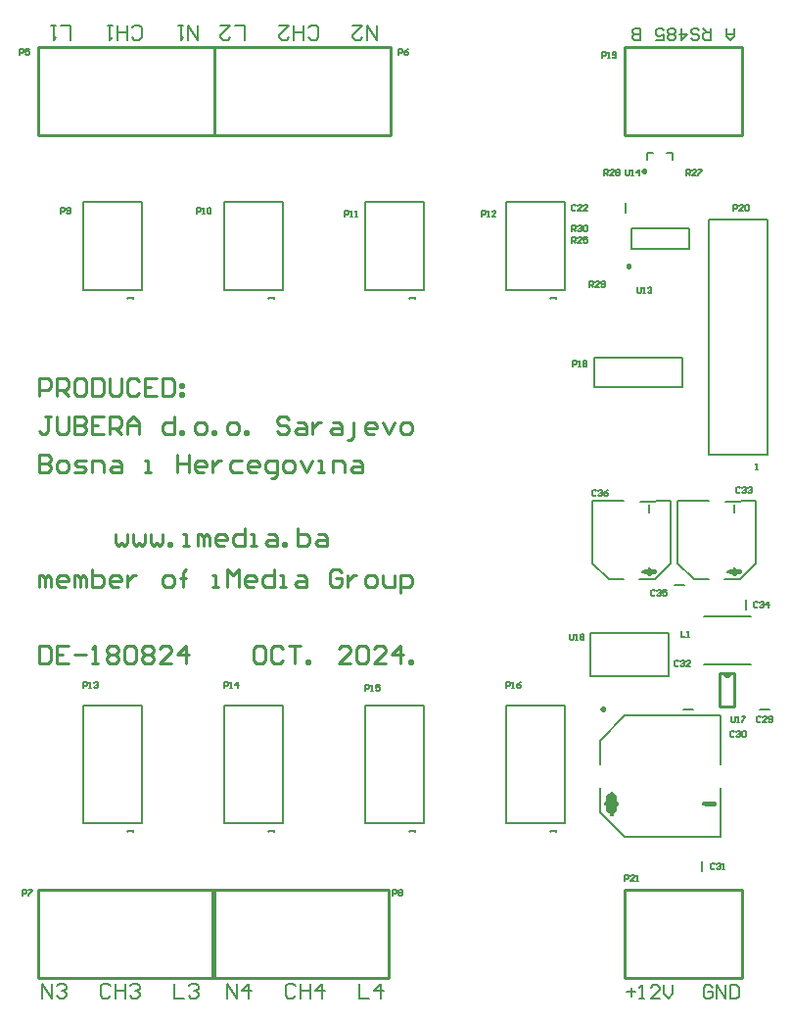
<source format=gto>
%FSDAX24Y24*%
%MOIN*%
%SFA1B1*%

%IPPOS*%
%ADD10C,0.009840*%
%ADD11C,0.010000*%
%ADD12C,0.007870*%
%ADD13C,0.005980*%
%ADD14C,0.006000*%
%ADD15C,0.008000*%
%ADD16C,0.005000*%
%ADD45C,0.020000*%
%LNpcb_baseboard-1*%
%LPD*%
G54D10*
X021564Y025110D02*
D01*
X021564Y025113*
X021564Y025117*
X021563Y025120*
X021562Y025123*
X021561Y025127*
X021560Y025130*
X021558Y025133*
X021557Y025136*
X021555Y025139*
X021553Y025141*
X021550Y025144*
X021548Y025146*
X021545Y025148*
X021542Y025150*
X021540Y025152*
X021536Y025154*
X021533Y025155*
X021530Y025156*
X021527Y025157*
X021523Y025158*
X021520Y025159*
X021517Y025159*
X021513*
X021510Y025159*
X021506Y025158*
X021503Y025157*
X021500Y025156*
X021496Y025155*
X021493Y025154*
X021490Y025152*
X021487Y025150*
X021485Y025148*
X021482Y025146*
X021480Y025144*
X021477Y025141*
X021475Y025139*
X021473Y025136*
X021471Y025133*
X021470Y025130*
X021469Y025127*
X021468Y025123*
X021467Y025120*
X021466Y025117*
X021466Y025113*
X021466Y025110*
X021466Y025106*
X021466Y025103*
X021467Y025099*
X021468Y025096*
X021469Y025093*
X021470Y025090*
X021471Y025087*
X021473Y025084*
X021475Y025081*
X021477Y025078*
X021480Y025076*
X021482Y025073*
X021485Y025071*
X021487Y025069*
X021490Y025067*
X021493Y025065*
X021496Y025064*
X021500Y025063*
X021503Y025062*
X021506Y025061*
X021510Y025061*
X021513Y025061*
X021517*
X021520Y025061*
X021523Y025061*
X021527Y025062*
X021530Y025063*
X021533Y025064*
X021536Y025065*
X021540Y025067*
X021542Y025069*
X021545Y025071*
X021548Y025073*
X021550Y025076*
X021553Y025078*
X021555Y025081*
X021557Y025084*
X021558Y025087*
X021560Y025090*
X021561Y025093*
X021562Y025096*
X021563Y025099*
X021564Y025103*
X021564Y025106*
X021564Y025110*
X022089Y028350D02*
D01*
X022089Y028354*
X022089Y028357*
X022088Y028361*
X022087Y028364*
X022086Y028367*
X022085Y028370*
X022084Y028373*
X022082Y028376*
X022080Y028379*
X022078Y028382*
X022076Y028385*
X022073Y028387*
X022070Y028389*
X022068Y028391*
X022065Y028393*
X022062Y028395*
X022059Y028396*
X022055Y028397*
X022052Y028398*
X022049Y028399*
X022045Y028399*
X022042Y028400*
X022038*
X022035Y028399*
X022032Y028399*
X022028Y028398*
X022025Y028397*
X022022Y028396*
X022019Y028395*
X022016Y028393*
X022013Y028391*
X022010Y028389*
X022007Y028387*
X022005Y028385*
X022003Y028382*
X022000Y028379*
X021998Y028376*
X021997Y028373*
X021995Y028370*
X021994Y028367*
X021993Y028364*
X021992Y028361*
X021991Y028357*
X021991Y028354*
X021991Y028350*
X021991Y028347*
X021991Y028344*
X021992Y028340*
X021993Y028337*
X021994Y028334*
X021995Y028330*
X021997Y028327*
X021998Y028324*
X022000Y028321*
X022003Y028319*
X022005Y028316*
X022007Y028314*
X022010Y028312*
X022013Y028310*
X022016Y028308*
X022019Y028306*
X022022Y028305*
X022025Y028304*
X022028Y028303*
X022032Y028302*
X022035Y028301*
X022038Y028301*
X022042*
X022045Y028301*
X022049Y028302*
X022052Y028303*
X022055Y028304*
X022059Y028305*
X022062Y028306*
X022065Y028308*
X022068Y028310*
X022070Y028312*
X022073Y028314*
X022076Y028316*
X022078Y028319*
X022080Y028321*
X022082Y028324*
X022084Y028327*
X022085Y028330*
X022086Y028334*
X022087Y028337*
X022088Y028340*
X022089Y028344*
X022089Y028347*
X022089Y028350*
X020693Y010049D02*
D01*
X020693Y010053*
X020693Y010056*
X020692Y010059*
X020691Y010063*
X020690Y010066*
X020689Y010069*
X020687Y010072*
X020686Y010075*
X020684Y010078*
X020682Y010081*
X020679Y010083*
X020677Y010086*
X020674Y010088*
X020672Y010090*
X020669Y010092*
X020666Y010093*
X020662Y010095*
X020659Y010096*
X020656Y010097*
X020653Y010098*
X020649Y010098*
X020646Y010098*
X020642*
X020639Y010098*
X020635Y010098*
X020632Y010097*
X020629Y010096*
X020626Y010095*
X020622Y010093*
X020619Y010092*
X020616Y010090*
X020614Y010088*
X020611Y010086*
X020609Y010083*
X020606Y010081*
X020604Y010078*
X020602Y010075*
X020601Y010072*
X020599Y010069*
X020598Y010066*
X020597Y010063*
X020596Y010059*
X020595Y010056*
X020595Y010053*
X020595Y010049*
X020595Y010046*
X020595Y010042*
X020596Y010039*
X020597Y010036*
X020598Y010032*
X020599Y010029*
X020601Y010026*
X020602Y010023*
X020604Y010020*
X020606Y010017*
X020609Y010015*
X020611Y010013*
X020614Y010010*
X020616Y010008*
X020619Y010006*
X020622Y010005*
X020626Y010003*
X020629Y010002*
X020632Y010001*
X020635Y010001*
X020639Y010000*
X020642Y010000*
X020646*
X020649Y010000*
X020653Y010001*
X020656Y010001*
X020659Y010002*
X020662Y010003*
X020666Y010005*
X020669Y010006*
X020672Y010008*
X020674Y010010*
X020677Y010013*
X020679Y010015*
X020682Y010017*
X020684Y010020*
X020686Y010023*
X020687Y010026*
X020689Y010029*
X020690Y010032*
X020691Y010036*
X020692Y010039*
X020693Y010042*
X020693Y010046*
X020693Y010049*
G54D11*
X024768Y011261D02*
D01*
X024768Y011254*
X024769Y011247*
X024770Y011241*
X024771Y011235*
X024773Y011229*
X024776Y011222*
X024779Y011217*
X024782Y011211*
X024786Y011206*
X024790Y011200*
X024794Y011196*
X024799Y011191*
X024804Y011187*
X024809Y011183*
X024815Y011180*
X024820Y011176*
X024826Y011174*
X024832Y011172*
X024839Y011170*
X024845Y011168*
X024852Y011168*
X024858Y011167*
X024865*
X024871Y011168*
X024878Y011168*
X024884Y011170*
X024890Y011172*
X024896Y011174*
X024902Y011176*
X024908Y011180*
X024914Y011183*
X024919Y011187*
X024924Y011191*
X024929Y011196*
X024933Y011200*
X024937Y011206*
X024941Y011211*
X024944Y011217*
X024947Y011222*
X024949Y011229*
X024951Y011235*
X024953Y011241*
X024954Y011247*
X024955Y011254*
X024955Y011261*
X007350Y003900D02*
X013350D01*
X007350Y000900D02*
X013350D01*
Y003900*
X007350Y000900D02*
Y003900D01*
X001400D02*
X007400D01*
X001400Y000900D02*
X007400D01*
Y003900*
X001400Y000900D02*
Y003900D01*
X024768Y011261D02*
X025100D01*
X024620D02*
X024955D01*
X024620Y010139D02*
Y011261D01*
Y010139D02*
X025100D01*
Y011261*
X021385Y032565D02*
X025385D01*
X021385Y029565D02*
Y032565D01*
X025385Y029565D02*
Y032565D01*
X021385Y029565D02*
X025385D01*
X007408D02*
X013408D01*
X007408Y032565D02*
X013408D01*
X007408Y029565D02*
Y032565D01*
X013408Y029565D02*
Y032565D01*
X001400Y029565D02*
X007400D01*
X001400Y032565D02*
X007400D01*
X001400Y029565D02*
Y032565D01*
X007400Y029565D02*
Y032565D01*
X021385Y003900D02*
X025385D01*
X021385Y000900D02*
Y003900D01*
X025385Y000900D02*
Y003900D01*
X021385Y000900D02*
X025385D01*
X001452Y014200D02*
Y014599D01*
X001552*
X001652Y014499*
Y014200*
Y014499*
X001752Y014599*
X001852Y014499*
Y014200*
X002352D02*
X002152D01*
X002052Y014300*
Y014499*
X002152Y014599*
X002352*
X002452Y014499*
Y014399*
X002052*
X002652Y014200D02*
Y014599D01*
X002751*
X002851Y014499*
Y014200*
Y014499*
X002951Y014599*
X003051Y014499*
Y014200*
X003251Y014799D02*
Y014200D01*
X003551*
X003651Y014300*
Y014399*
Y014499*
X003551Y014599*
X003251*
X004151Y014200D02*
X003951D01*
X003851Y014300*
Y014499*
X003951Y014599*
X004151*
X004251Y014499*
Y014399*
X003851*
X004451Y014599D02*
Y014200D01*
Y014399*
X004551Y014499*
X004651Y014599*
X004751*
X005751Y014200D02*
X005950D01*
X006050Y014300*
Y014499*
X005950Y014599*
X005751*
X005651Y014499*
Y014300*
X005751Y014200*
X006350D02*
Y014699D01*
Y014499*
X006250*
X006450*
X006350*
Y014699*
X006450Y014799*
X007350Y014200D02*
X007550D01*
X007450*
Y014599*
X007350*
X007850Y014200D02*
Y014799D01*
X008050Y014599*
X008250Y014799*
Y014200*
X008750D02*
X008550D01*
X008450Y014300*
Y014499*
X008550Y014599*
X008750*
X008850Y014499*
Y014399*
X008450*
X009449Y014799D02*
Y014200D01*
X009149*
X009049Y014300*
Y014499*
X009149Y014599*
X009449*
X009649Y014200D02*
X009849D01*
X009749*
Y014599*
X009649*
X010249D02*
X010449D01*
X010549Y014499*
Y014200*
X010249*
X010149Y014300*
X010249Y014399*
X010549*
X011749Y014699D02*
X011649Y014799D01*
X011449*
X011349Y014699*
Y014300*
X011449Y014200*
X011649*
X011749Y014300*
Y014499*
X011549*
X011949Y014599D02*
Y014200D01*
Y014399*
X012048Y014499*
X012148Y014599*
X012248*
X012648Y014200D02*
X012848D01*
X012948Y014300*
Y014499*
X012848Y014599*
X012648*
X012548Y014499*
Y014300*
X012648Y014200*
X013148Y014599D02*
Y014300D01*
X013248Y014200*
X013548*
Y014599*
X013748Y014000D02*
Y014599D01*
X014048*
X014148Y014499*
Y014300*
X014048Y014200*
X013748*
X001450Y012199D02*
Y011600D01*
X001749*
X001849Y011700*
Y012099*
X001749Y012199*
X001450*
X002449D02*
X002049D01*
Y011600*
X002449*
X002049Y011899D02*
X002249D01*
X002649D02*
X003049D01*
X003249Y011600D02*
X003449D01*
X003349*
Y012199*
X003249Y012099*
X003749D02*
X003849Y012199D01*
X004049*
X004149Y012099*
Y011999*
X004049Y011899*
X004149Y011799*
Y011700*
X004049Y011600*
X003849*
X003749Y011700*
Y011799*
X003849Y011899*
X003749Y011999*
Y012099*
X003849Y011899D02*
X004049D01*
X004349Y012099D02*
X004449Y012199D01*
X004649*
X004748Y012099*
Y011700*
X004649Y011600*
X004449*
X004349Y011700*
Y012099*
X004948D02*
X005048Y012199D01*
X005248*
X005348Y012099*
Y011999*
X005248Y011899*
X005348Y011799*
Y011700*
X005248Y011600*
X005048*
X004948Y011700*
Y011799*
X005048Y011899*
X004948Y011999*
Y012099*
X005048Y011899D02*
X005248D01*
X005948Y011600D02*
X005548D01*
X005948Y011999*
Y012099*
X005848Y012199*
X005648*
X005548Y012099*
X006448Y011600D02*
Y012199D01*
X006148Y011899*
X006548*
X001450Y020700D02*
Y021299D01*
X001749*
X001849Y021199*
Y020999*
X001749Y020899*
X001450*
X002049Y020700D02*
Y021299D01*
X002349*
X002449Y021199*
Y020999*
X002349Y020899*
X002049*
X002249D02*
X002449Y020700D01*
X002949Y021299D02*
X002749D01*
X002649Y021199*
Y020800*
X002749Y020700*
X002949*
X003049Y020800*
Y021199*
X002949Y021299*
X003249D02*
Y020700D01*
X003549*
X003649Y020800*
Y021199*
X003549Y021299*
X003249*
X003849D02*
Y020800D01*
X003949Y020700*
X004149*
X004249Y020800*
Y021299*
X004848Y021199D02*
X004748Y021299D01*
X004549*
X004449Y021199*
Y020800*
X004549Y020700*
X004748*
X004848Y020800*
X005448Y021299D02*
X005048D01*
Y020700*
X005448*
X005048Y020999D02*
X005248D01*
X005648Y021299D02*
Y020700D01*
X005948*
X006048Y020800*
Y021199*
X005948Y021299*
X005648*
X006248Y021099D02*
X006348D01*
Y020999*
X006248*
Y021099*
Y020800D02*
X006348D01*
Y020700*
X006248*
Y020800*
X001450Y018699D02*
Y018100D01*
X001749*
X001849Y018200*
Y018299*
X001749Y018399*
X001450*
X001749*
X001849Y018499*
Y018599*
X001749Y018699*
X001450*
X002149Y018100D02*
X002349D01*
X002449Y018200*
Y018399*
X002349Y018499*
X002149*
X002049Y018399*
Y018200*
X002149Y018100*
X002649D02*
X002949D01*
X003049Y018200*
X002949Y018299*
X002749*
X002649Y018399*
X002749Y018499*
X003049*
X003249Y018100D02*
Y018499D01*
X003549*
X003649Y018399*
Y018100*
X003949Y018499D02*
X004149D01*
X004249Y018399*
Y018100*
X003949*
X003849Y018200*
X003949Y018299*
X004249*
X005048Y018100D02*
X005248D01*
X005148*
Y018499*
X005048*
X006148Y018699D02*
Y018100D01*
Y018399*
X006548*
Y018699*
Y018100*
X007048D02*
X006848D01*
X006748Y018200*
Y018399*
X006848Y018499*
X007048*
X007148Y018399*
Y018299*
X006748*
X007348Y018499D02*
Y018100D01*
Y018299*
X007448Y018399*
X007548Y018499*
X007648*
X008347D02*
X008047D01*
X007947Y018399*
Y018200*
X008047Y018100*
X008347*
X008847D02*
X008647D01*
X008547Y018200*
Y018399*
X008647Y018499*
X008847*
X008947Y018399*
Y018299*
X008547*
X009347Y017900D02*
X009447D01*
X009547Y018000*
Y018499*
X009247*
X009147Y018399*
Y018200*
X009247Y018100*
X009547*
X009847D02*
X010047D01*
X010147Y018200*
Y018399*
X010047Y018499*
X009847*
X009747Y018399*
Y018200*
X009847Y018100*
X010347Y018499D02*
X010547Y018100D01*
X010747Y018499*
X010946Y018100D02*
X011146D01*
X011046*
Y018499*
X010946*
X011446Y018100D02*
Y018499D01*
X011746*
X011846Y018399*
Y018100*
X012146Y018499D02*
X012346D01*
X012446Y018399*
Y018100*
X012146*
X012046Y018200*
X012146Y018299*
X012446*
X001849Y019999D02*
X001649D01*
X001749*
Y019500*
X001649Y019400*
X001550*
X001450Y019500*
X002049Y019999D02*
Y019500D01*
X002149Y019400*
X002349*
X002449Y019500*
Y019999*
X002649D02*
Y019400D01*
X002949*
X003049Y019500*
Y019599*
X002949Y019699*
X002649*
X002949*
X003049Y019799*
Y019899*
X002949Y019999*
X002649*
X003649D02*
X003249D01*
Y019400*
X003649*
X003249Y019699D02*
X003449D01*
X003849Y019400D02*
Y019999D01*
X004149*
X004249Y019899*
Y019699*
X004149Y019599*
X003849*
X004049D02*
X004249Y019400D01*
X004449D02*
Y019799D01*
X004649Y019999*
X004848Y019799*
Y019400*
Y019699*
X004449*
X006048Y019999D02*
Y019400D01*
X005748*
X005648Y019500*
Y019699*
X005748Y019799*
X006048*
X006248Y019400D02*
Y019500D01*
X006348*
Y019400*
X006248*
X006848D02*
X007048D01*
X007148Y019500*
Y019699*
X007048Y019799*
X006848*
X006748Y019699*
Y019500*
X006848Y019400*
X007348D02*
Y019500D01*
X007448*
Y019400*
X007348*
X007947D02*
X008147D01*
X008247Y019500*
Y019699*
X008147Y019799*
X007947*
X007847Y019699*
Y019500*
X007947Y019400*
X008447D02*
Y019500D01*
X008547*
Y019400*
X008447*
X009947Y019899D02*
X009847Y019999D01*
X009647*
X009547Y019899*
Y019799*
X009647Y019699*
X009847*
X009947Y019599*
Y019500*
X009847Y019400*
X009647*
X009547Y019500*
X010247Y019799D02*
X010447D01*
X010547Y019699*
Y019400*
X010247*
X010147Y019500*
X010247Y019599*
X010547*
X010747Y019799D02*
Y019400D01*
Y019599*
X010847Y019699*
X010946Y019799*
X011046*
X011446D02*
X011646D01*
X011746Y019699*
Y019400*
X011446*
X011346Y019500*
X011446Y019599*
X011746*
X011946Y019200D02*
X012046D01*
X012146Y019300*
Y019799*
X012846Y019400D02*
X012646D01*
X012546Y019500*
Y019699*
X012646Y019799*
X012846*
X012946Y019699*
Y019599*
X012546*
X013146Y019799D02*
X013346Y019400D01*
X013546Y019799*
X013846Y019400D02*
X014045D01*
X014145Y019500*
Y019699*
X014045Y019799*
X013846*
X013746Y019699*
Y019500*
X013846Y019400*
X009049Y012199D02*
X008850D01*
X008750Y012099*
Y011700*
X008850Y011600*
X009049*
X009149Y011700*
Y012099*
X009049Y012199*
X009749Y012099D02*
X009649Y012199D01*
X009449*
X009349Y012099*
Y011700*
X009449Y011600*
X009649*
X009749Y011700*
X009949Y012199D02*
X010349D01*
X010149*
Y011600*
X010549D02*
Y011700D01*
X010649*
Y011600*
X010549*
X012048D02*
X011649D01*
X012048Y011999*
Y012099*
X011949Y012199*
X011749*
X011649Y012099*
X012248D02*
X012348Y012199D01*
X012548*
X012648Y012099*
Y011700*
X012548Y011600*
X012348*
X012248Y011700*
Y012099*
X013248Y011600D02*
X012848D01*
X013248Y011999*
Y012099*
X013148Y012199*
X012948*
X012848Y012099*
X013748Y011600D02*
Y012199D01*
X013448Y011899*
X013848*
X014048Y011600D02*
Y011700D01*
X014148*
Y011600*
X014048*
X004050Y015999D02*
Y015700D01*
X004150Y015600*
X004249Y015700*
X004349Y015600*
X004449Y015700*
Y015999*
X004649D02*
Y015700D01*
X004749Y015600*
X004849Y015700*
X004949Y015600*
X005049Y015700*
Y015999*
X005249D02*
Y015700D01*
X005349Y015600*
X005449Y015700*
X005549Y015600*
X005649Y015700*
Y015999*
X005849Y015600D02*
Y015700D01*
X005949*
Y015600*
X005849*
X006349D02*
X006549D01*
X006449*
Y015999*
X006349*
X006849Y015600D02*
Y015999D01*
X006949*
X007049Y015899*
Y015600*
Y015899*
X007149Y015999*
X007249Y015899*
Y015600*
X007748D02*
X007548D01*
X007448Y015700*
Y015899*
X007548Y015999*
X007748*
X007848Y015899*
Y015799*
X007448*
X008448Y016199D02*
Y015600D01*
X008148*
X008048Y015700*
Y015899*
X008148Y015999*
X008448*
X008648Y015600D02*
X008848D01*
X008748*
Y015999*
X008648*
X009248D02*
X009448D01*
X009548Y015899*
Y015600*
X009248*
X009148Y015700*
X009248Y015799*
X009548*
X009748Y015600D02*
Y015700D01*
X009848*
Y015600*
X009748*
X010248Y016199D02*
Y015600D01*
X010547*
X010647Y015700*
Y015799*
Y015899*
X010547Y015999*
X010248*
X010947D02*
X011147D01*
X011247Y015899*
Y015600*
X010947*
X010847Y015700*
X010947Y015799*
X011247*
G54D12*
X023584Y025700D02*
Y026409D01*
X021615Y025700D02*
Y026409D01*
X023584*
X021615Y025700D02*
X023584D01*
X022828Y028980D02*
X023024D01*
Y028744D02*
Y028980D01*
X022158D02*
X022355D01*
X022158Y028744D02*
Y028980D01*
X020350Y021000D02*
X023350D01*
Y022000*
X020350D02*
X023350D01*
X020350Y021000D02*
Y022000D01*
X025992Y010030D02*
X026307D01*
X023392D02*
X023707D01*
X025519Y013442D02*
Y013757D01*
X023092Y014269D02*
X023407D01*
X020231Y012628D02*
X022868D01*
Y011171D02*
Y012628D01*
X020231Y011171D02*
X022868D01*
X020231D02*
Y012628D01*
X024019Y004542D02*
Y004857D01*
X019350Y025383D02*
Y027300D01*
Y024300D02*
Y027300D01*
X017350Y024300D02*
Y027300D01*
Y024300D02*
X019350D01*
X017350Y027300D02*
X019350D01*
X014550Y025383D02*
Y027300D01*
Y024300D02*
Y027300D01*
X012550Y024300D02*
Y027300D01*
Y024300D02*
X014550D01*
X012550Y027300D02*
X014550D01*
X009750Y025383D02*
Y027300D01*
Y024300D02*
Y027300D01*
X007750Y024300D02*
Y027300D01*
Y024300D02*
X009750D01*
X007750Y027300D02*
X009750D01*
X004950Y025383D02*
Y027300D01*
Y024300D02*
Y027300D01*
X002950Y024300D02*
Y027300D01*
Y024300D02*
X004950D01*
X002950Y027300D02*
X004950D01*
X021419Y026942D02*
Y027257D01*
X024250Y018700D02*
Y026700D01*
X026250Y018700D02*
Y026700D01*
X024250Y018700D02*
X026250D01*
X024250Y026700D02*
X026250D01*
X014550Y006150D02*
Y010150D01*
X012550Y006150D02*
Y010150D01*
Y006150D02*
X014550D01*
X012550Y010150D02*
X014550D01*
X019350Y006150D02*
Y010150D01*
X017350Y006150D02*
Y010150D01*
Y006150D02*
X019350D01*
X017350Y010150D02*
X019350D01*
X009750Y006150D02*
Y010150D01*
X007750Y006150D02*
Y010150D01*
Y006150D02*
X009750D01*
X007750Y010150D02*
X009750D01*
X004950Y006150D02*
Y010150D01*
X002950Y006150D02*
Y010150D01*
Y006150D02*
X004950D01*
X002950Y010150D02*
X004950D01*
G54D13*
X024665Y008153D02*
Y009815D01*
Y005700D02*
Y007361D01*
X020549Y006541D02*
Y007361D01*
Y008153D02*
Y008974D01*
G54D14*
X021390Y009815D02*
X024665D01*
X020549Y008974D02*
X021390Y009815D01*
Y005700D02*
X024665D01*
X020549Y006541D02*
X021390Y005700D01*
X020841Y014461D02*
X021351D01*
X020291Y015010D02*
X020841Y014461D01*
X020291Y015010D02*
Y017119D01*
X021342Y017116*
X021891Y014466D02*
X022401Y014461D01*
X022950Y015010*
Y017119*
X021912Y017111D02*
X022950Y017119D01*
X023741Y014461D02*
X024251D01*
X023191Y015010D02*
X023741Y014461D01*
X023191Y015010D02*
Y017119D01*
X024242Y017116*
X024791Y014466D02*
X025301Y014461D01*
X025850Y015010*
Y017119*
X024812Y017111D02*
X025850Y017119D01*
G54D15*
X024095Y013203D02*
X025670D01*
X024095Y011550D02*
X025670D01*
X025100Y033200D02*
Y032933D01*
X024966Y032800*
X024833Y032933*
Y033200*
Y033000*
X025100*
X024300Y033200D02*
Y032800D01*
X024100*
X024033Y032866*
Y033000*
X024100Y033066*
X024300*
X024167D02*
X024033Y033200D01*
X023633Y032866D02*
X023700Y032800D01*
X023833*
X023900Y032866*
Y032933*
X023833Y033000*
X023700*
X023633Y033066*
Y033133*
X023700Y033200*
X023833*
X023900Y033133*
X023300Y033200D02*
Y032800D01*
X023500Y033000*
X023233*
X023100Y032866D02*
X023034Y032800D01*
X022900*
X022834Y032866*
Y032933*
X022900Y033000*
X022834Y033066*
Y033133*
X022900Y033200*
X023034*
X023100Y033133*
Y033066*
X023034Y033000*
X023100Y032933*
Y032866*
X023034Y033000D02*
X022900D01*
X022434Y032800D02*
X022700D01*
Y033000*
X022567Y032933*
X022500*
X022434Y033000*
Y033133*
X022500Y033200*
X022634*
X022700Y033133*
X021901Y032800D02*
Y033200D01*
X021701*
X021634Y033133*
Y033066*
X021701Y033000*
X021901*
X021701*
X021634Y032933*
Y032866*
X021701Y032800*
X021901*
X021450Y000424D02*
X021749D01*
X021600Y000574D02*
Y000275D01*
X021899Y000200D02*
X022049D01*
X021974*
Y000649*
X021899Y000574*
X022574Y000200D02*
X022274D01*
X022574Y000499*
Y000574*
X022499Y000649*
X022349*
X022274Y000574*
X022724Y000649D02*
Y000350D01*
X022874Y000200*
X023024Y000350*
Y000649*
X024374Y000574D02*
X024299Y000649D01*
X024149*
X024074Y000574*
Y000275*
X024149Y000200*
X024299*
X024374Y000275*
Y000424*
X024224*
X024524Y000200D02*
Y000649D01*
X024823Y000200*
Y000649*
X024973D02*
Y000200D01*
X025198*
X025273Y000275*
Y000574*
X025198Y000649*
X024973*
X001550Y000200D02*
Y000699D01*
X001883Y000200*
Y000699*
X002049Y000616D02*
X002133Y000699D01*
X002299*
X002383Y000616*
Y000533*
X002299Y000449*
X002216*
X002299*
X002383Y000366*
Y000283*
X002299Y000200*
X002133*
X002049Y000283*
X003882Y000616D02*
X003799Y000699D01*
X003632*
X003549Y000616*
Y000283*
X003632Y000200*
X003799*
X003882Y000283*
X004049Y000699D02*
Y000200D01*
Y000449*
X004382*
Y000699*
Y000200*
X004549Y000616D02*
X004632Y000699D01*
X004798*
X004882Y000616*
Y000533*
X004798Y000449*
X004715*
X004798*
X004882Y000366*
Y000283*
X004798Y000200*
X004632*
X004549Y000283*
X006048Y000699D02*
Y000200D01*
X006381*
X006548Y000616D02*
X006631Y000699D01*
X006798*
X006881Y000616*
Y000533*
X006798Y000449*
X006715*
X006798*
X006881Y000366*
Y000283*
X006798Y000200*
X006631*
X006548Y000283*
X006850Y033300D02*
Y032800D01*
X006516Y033300*
Y032800*
X006350Y033300D02*
X006183D01*
X006266*
Y032800*
X006350Y032883*
X004600D02*
X004684Y032800D01*
X004850*
X004934Y032883*
Y033216*
X004850Y033300*
X004684*
X004600Y033216*
X004434Y032800D02*
Y033300D01*
Y033050*
X004100*
Y032800*
Y033300*
X003934D02*
X003767D01*
X003851*
Y032800*
X003934Y032883*
X002518Y032800D02*
Y033300D01*
X002184*
X002018D02*
X001851D01*
X001934*
Y032800*
X002018Y032883*
X012950Y033300D02*
Y032800D01*
X012616Y033300*
Y032800*
X012116Y033300D02*
X012450D01*
X012116Y032966*
Y032883*
X012200Y032800*
X012366*
X012450Y032883*
X010617D02*
X010700Y032800D01*
X010867*
X010950Y032883*
Y033216*
X010867Y033300*
X010700*
X010617Y033216*
X010450Y032800D02*
Y033300D01*
Y033050*
X010117*
Y032800*
Y033300*
X009617D02*
X009951D01*
X009617Y032966*
Y032883*
X009701Y032800*
X009867*
X009951Y032883*
X008451Y032800D02*
Y033300D01*
X008118*
X007618D02*
X007951D01*
X007618Y032966*
Y032883*
X007701Y032800*
X007868*
X007951Y032883*
X007850Y000200D02*
Y000699D01*
X008183Y000200*
Y000699*
X008599Y000200D02*
Y000699D01*
X008349Y000449*
X008683*
X010182Y000616D02*
X010099Y000699D01*
X009932*
X009849Y000616*
Y000283*
X009932Y000200*
X010099*
X010182Y000283*
X010349Y000699D02*
Y000200D01*
Y000449*
X010682*
Y000699*
Y000200*
X011098D02*
Y000699D01*
X010849Y000449*
X011182*
X012348Y000699D02*
Y000200D01*
X012681*
X013098D02*
Y000699D01*
X012848Y000449*
X013181*
G54D16*
X025850Y018200D02*
X025916D01*
X025883*
Y018399*
X025850Y018366*
X014250Y005850D02*
Y005916D01*
Y005883*
X014050*
X014083Y005850*
X014250Y024000D02*
Y024066D01*
Y024033*
X014050*
X014083Y024000*
X019050D02*
Y024066D01*
Y024033*
X018850*
X018883Y024000*
X009450D02*
Y024066D01*
Y024033*
X009250*
X009283Y024000*
X004650D02*
Y024066D01*
Y024033*
X004450*
X004483Y024000*
X019050Y005850D02*
Y005916D01*
Y005883*
X018850*
X018883Y005850*
X009450D02*
Y005916D01*
Y005883*
X009250*
X009283Y005850*
X004650D02*
Y005916D01*
Y005883*
X004450*
X004483Y005850*
X019500Y012600D02*
Y012433D01*
X019533Y012400*
X019600*
X019633Y012433*
Y012600*
X019700Y012400D02*
X019766D01*
X019733*
Y012600*
X019700Y012566*
X019866D02*
X019900Y012600D01*
X019966*
X019999Y012566*
Y012533*
X019966Y012500*
X019999Y012466*
Y012433*
X019966Y012400*
X019900*
X019866Y012433*
Y012466*
X019900Y012500*
X019866Y012533*
Y012566*
X019900Y012500D02*
X019966D01*
X025000Y009800D02*
Y009633D01*
X025033Y009600*
X025100*
X025133Y009633*
Y009800*
X025200Y009600D02*
X025266D01*
X025233*
Y009800*
X025200Y009766*
X025366Y009800D02*
X025499D01*
Y009766*
X025366Y009633*
Y009600*
X021400Y028400D02*
Y028233D01*
X021433Y028200*
X021500*
X021533Y028233*
Y028400*
X021600Y028200D02*
X021666D01*
X021633*
Y028400*
X021600Y028366*
X021866Y028200D02*
Y028400D01*
X021766Y028300*
X021899*
X021800Y024400D02*
Y024233D01*
X021833Y024200*
X021900*
X021933Y024233*
Y024400*
X022000Y024200D02*
X022066D01*
X022033*
Y024400*
X022000Y024366*
X022166D02*
X022200Y024400D01*
X022266*
X022299Y024366*
Y024333*
X022266Y024300*
X022233*
X022266*
X022299Y024266*
Y024233*
X022266Y024200*
X022200*
X022166Y024233*
X019583Y026300D02*
Y026500D01*
X019683*
X019716Y026466*
Y026400*
X019683Y026366*
X019583*
X019650D02*
X019716Y026300D01*
X019783Y026466D02*
X019816Y026500D01*
X019883*
X019916Y026466*
Y026433*
X019883Y026400*
X019850*
X019883*
X019916Y026366*
Y026333*
X019883Y026300*
X019816*
X019783Y026333*
X019983Y026466D02*
X020016Y026500D01*
X020083*
X020116Y026466*
Y026333*
X020083Y026300*
X020016*
X019983Y026333*
Y026466*
X020183Y024400D02*
Y024600D01*
X020283*
X020316Y024566*
Y024500*
X020283Y024466*
X020183*
X020250D02*
X020316Y024400D01*
X020516D02*
X020383D01*
X020516Y024533*
Y024566*
X020483Y024600*
X020416*
X020383Y024566*
X020583Y024433D02*
X020616Y024400D01*
X020683*
X020716Y024433*
Y024566*
X020683Y024600*
X020616*
X020583Y024566*
Y024533*
X020616Y024500*
X020716*
X020683Y028200D02*
Y028400D01*
X020783*
X020816Y028366*
Y028300*
X020783Y028266*
X020683*
X020750D02*
X020816Y028200D01*
X021016D02*
X020883D01*
X021016Y028333*
Y028366*
X020983Y028400*
X020916*
X020883Y028366*
X021083D02*
X021116Y028400D01*
X021183*
X021216Y028366*
Y028333*
X021183Y028300*
X021216Y028266*
Y028233*
X021183Y028200*
X021116*
X021083Y028233*
Y028266*
X021116Y028300*
X021083Y028333*
Y028366*
X021116Y028300D02*
X021183D01*
X023483Y028200D02*
Y028400D01*
X023583*
X023616Y028366*
Y028300*
X023583Y028266*
X023483*
X023550D02*
X023616Y028200D01*
X023816D02*
X023683D01*
X023816Y028333*
Y028366*
X023783Y028400*
X023716*
X023683Y028366*
X023883Y028400D02*
X024016D01*
Y028366*
X023883Y028233*
Y028200*
X019583Y025900D02*
Y026100D01*
X019683*
X019716Y026066*
Y026000*
X019683Y025966*
X019583*
X019650D02*
X019716Y025900D01*
X019916D02*
X019783D01*
X019916Y026033*
Y026066*
X019883Y026100*
X019816*
X019783Y026066*
X020116Y026100D02*
X019983D01*
Y026000*
X020049Y026033*
X020083*
X020116Y026000*
Y025933*
X020083Y025900*
X020016*
X019983Y025933*
X021390Y004200D02*
Y004399D01*
X021490*
X021523Y004366*
Y004300*
X021490Y004266*
X021390*
X021723Y004200D02*
X021589D01*
X021723Y004333*
Y004366*
X021689Y004399*
X021623*
X021589Y004366*
X021789Y004200D02*
X021856D01*
X021823*
Y004399*
X021789Y004366*
X025083Y027000D02*
Y027200D01*
X025183*
X025216Y027166*
Y027100*
X025183Y027066*
X025083*
X025416Y027000D02*
X025283D01*
X025416Y027133*
Y027166*
X025383Y027200*
X025316*
X025283Y027166*
X025483D02*
X025516Y027200D01*
X025583*
X025616Y027166*
Y027033*
X025583Y027000*
X025516*
X025483Y027033*
Y027166*
X020600Y032200D02*
Y032400D01*
X020700*
X020733Y032366*
Y032300*
X020700Y032266*
X020600*
X020800Y032200D02*
X020866D01*
X020833*
Y032400*
X020800Y032366*
X020966Y032233D02*
X020999Y032200D01*
X021066*
X021099Y032233*
Y032366*
X021066Y032400*
X020999*
X020966Y032366*
Y032333*
X020999Y032300*
X021099*
X019600Y021700D02*
Y021900D01*
X019700*
X019733Y021866*
Y021800*
X019700Y021766*
X019600*
X019800Y021700D02*
X019866D01*
X019833*
Y021900*
X019800Y021866*
X019966D02*
X019999Y021900D01*
X020066*
X020099Y021866*
Y021833*
X020066Y021800*
X020099Y021766*
Y021733*
X020066Y021700*
X019999*
X019966Y021733*
Y021766*
X019999Y021800*
X019966Y021833*
Y021866*
X019999Y021800D02*
X020066D01*
X017360Y010750D02*
Y010949D01*
X017460*
X017493Y010916*
Y010850*
X017460Y010816*
X017360*
X017559Y010750D02*
X017626D01*
X017593*
Y010949*
X017559Y010916*
X017859Y010949D02*
X017793Y010916D01*
X017726Y010850*
Y010783*
X017759Y010750*
X017826*
X017859Y010783*
Y010816*
X017826Y010850*
X017726*
X012560Y010680D02*
Y010879D01*
X012660*
X012693Y010846*
Y010780*
X012660Y010746*
X012560*
X012759Y010680D02*
X012826D01*
X012793*
Y010879*
X012759Y010846*
X013059Y010879D02*
X012926D01*
Y010780*
X012993Y010813*
X013026*
X013059Y010780*
Y010713*
X013026Y010680*
X012959*
X012926Y010713*
X007760Y010750D02*
Y010949D01*
X007860*
X007893Y010916*
Y010850*
X007860Y010816*
X007760*
X007959Y010750D02*
X008026D01*
X007993*
Y010949*
X007959Y010916*
X008226Y010750D02*
Y010949D01*
X008126Y010850*
X008259*
X002960Y010750D02*
Y010949D01*
X003060*
X003093Y010916*
Y010850*
X003060Y010816*
X002960*
X003159Y010750D02*
X003226D01*
X003193*
Y010949*
X003159Y010916*
X003326D02*
X003359Y010949D01*
X003426*
X003459Y010916*
Y010883*
X003426Y010850*
X003393*
X003426*
X003459Y010816*
Y010783*
X003426Y010750*
X003359*
X003326Y010783*
X016500Y026800D02*
Y027000D01*
X016600*
X016633Y026966*
Y026900*
X016600Y026866*
X016500*
X016700Y026800D02*
X016766D01*
X016733*
Y027000*
X016700Y026966*
X016999Y026800D02*
X016866D01*
X016999Y026933*
Y026966*
X016966Y027000*
X016900*
X016866Y026966*
X011833Y026800D02*
Y027000D01*
X011933*
X011966Y026966*
Y026900*
X011933Y026866*
X011833*
X012033Y026800D02*
X012100D01*
X012066*
Y027000*
X012033Y026966*
X012200Y026800D02*
X012266D01*
X012233*
Y027000*
X012200Y026966*
X006800Y026900D02*
Y027100D01*
X006900*
X006933Y027066*
Y027000*
X006900Y026966*
X006800*
X007000Y026900D02*
X007066D01*
X007033*
Y027100*
X007000Y027066*
X007166D02*
X007200Y027100D01*
X007266*
X007299Y027066*
Y026933*
X007266Y026900*
X007200*
X007166Y026933*
Y027066*
X002183Y026900D02*
Y027100D01*
X002283*
X002316Y027066*
Y027000*
X002283Y026966*
X002183*
X002383Y026933D02*
X002416Y026900D01*
X002483*
X002516Y026933*
Y027066*
X002483Y027100*
X002416*
X002383Y027066*
Y027033*
X002416Y027000*
X002516*
X013483Y003700D02*
Y003900D01*
X013583*
X013616Y003866*
Y003800*
X013583Y003766*
X013483*
X013683Y003866D02*
X013716Y003900D01*
X013783*
X013816Y003866*
Y003833*
X013783Y003800*
X013816Y003766*
Y003733*
X013783Y003700*
X013716*
X013683Y003733*
Y003766*
X013716Y003800*
X013683Y003833*
Y003866*
X013716Y003800D02*
X013783D01*
X000883Y003700D02*
Y003900D01*
X000983*
X001016Y003866*
Y003800*
X000983Y003766*
X000883*
X001083Y003900D02*
X001216D01*
Y003866*
X001083Y003733*
Y003700*
X013683Y032300D02*
Y032500D01*
X013783*
X013816Y032466*
Y032400*
X013783Y032366*
X013683*
X014016Y032500D02*
X013950Y032466D01*
X013883Y032400*
Y032333*
X013916Y032300*
X013983*
X014016Y032333*
Y032366*
X013983Y032400*
X013883*
X000783Y032300D02*
Y032500D01*
X000883*
X000916Y032466*
Y032400*
X000883Y032366*
X000783*
X001116Y032500D02*
X000983D01*
Y032400*
X001050Y032433*
X001083*
X001116Y032400*
Y032333*
X001083Y032300*
X001016*
X000983Y032333*
X023316Y012700D02*
Y012500D01*
X023450*
X023516D02*
X023583D01*
X023550*
Y012700*
X023516Y012666*
X020416Y017466D02*
X020383Y017500D01*
X020316*
X020283Y017466*
Y017333*
X020316Y017300*
X020383*
X020416Y017333*
X020483Y017466D02*
X020516Y017500D01*
X020583*
X020616Y017466*
Y017433*
X020583Y017400*
X020550*
X020583*
X020616Y017366*
Y017333*
X020583Y017300*
X020516*
X020483Y017333*
X020816Y017500D02*
X020749Y017466D01*
X020683Y017400*
Y017333*
X020716Y017300*
X020783*
X020816Y017333*
Y017366*
X020783Y017400*
X020683*
X022416Y014066D02*
X022383Y014100D01*
X022316*
X022283Y014066*
Y013933*
X022316Y013900*
X022383*
X022416Y013933*
X022483Y014066D02*
X022516Y014100D01*
X022583*
X022616Y014066*
Y014033*
X022583Y014000*
X022550*
X022583*
X022616Y013966*
Y013933*
X022583Y013900*
X022516*
X022483Y013933*
X022816Y014100D02*
X022683D01*
Y014000*
X022749Y014033*
X022783*
X022816Y014000*
Y013933*
X022783Y013900*
X022716*
X022683Y013933*
X025916Y013666D02*
X025883Y013700D01*
X025816*
X025783Y013666*
Y013533*
X025816Y013500*
X025883*
X025916Y013533*
X025983Y013666D02*
X026016Y013700D01*
X026083*
X026116Y013666*
Y013633*
X026083Y013600*
X026050*
X026083*
X026116Y013566*
Y013533*
X026083Y013500*
X026016*
X025983Y013533*
X026283Y013500D02*
Y013700D01*
X026183Y013600*
X026316*
X025316Y017566D02*
X025283Y017600D01*
X025216*
X025183Y017566*
Y017433*
X025216Y017400*
X025283*
X025316Y017433*
X025383Y017566D02*
X025416Y017600D01*
X025483*
X025516Y017566*
Y017533*
X025483Y017500*
X025450*
X025483*
X025516Y017466*
Y017433*
X025483Y017400*
X025416*
X025383Y017433*
X025583Y017566D02*
X025616Y017600D01*
X025683*
X025716Y017566*
Y017533*
X025683Y017500*
X025649*
X025683*
X025716Y017466*
Y017433*
X025683Y017400*
X025616*
X025583Y017433*
X023216Y011666D02*
X023183Y011700D01*
X023116*
X023083Y011666*
Y011533*
X023116Y011500*
X023183*
X023216Y011533*
X023283Y011666D02*
X023316Y011700D01*
X023383*
X023416Y011666*
Y011633*
X023383Y011600*
X023350*
X023383*
X023416Y011566*
Y011533*
X023383Y011500*
X023316*
X023283Y011533*
X023616Y011500D02*
X023483D01*
X023616Y011633*
Y011666*
X023583Y011700*
X023516*
X023483Y011666*
X024450Y004766D02*
X024416Y004800D01*
X024350*
X024316Y004766*
Y004633*
X024350Y004600*
X024416*
X024450Y004633*
X024516Y004766D02*
X024550Y004800D01*
X024616*
X024650Y004766*
Y004733*
X024616Y004700*
X024583*
X024616*
X024650Y004666*
Y004633*
X024616Y004600*
X024550*
X024516Y004633*
X024716Y004600D02*
X024783D01*
X024749*
Y004800*
X024716Y004766*
X025116Y009266D02*
X025083Y009300D01*
X025016*
X024983Y009266*
Y009133*
X025016Y009100*
X025083*
X025116Y009133*
X025183Y009266D02*
X025216Y009300D01*
X025283*
X025316Y009266*
Y009233*
X025283Y009200*
X025250*
X025283*
X025316Y009166*
Y009133*
X025283Y009100*
X025216*
X025183Y009133*
X025383Y009266D02*
X025416Y009300D01*
X025483*
X025516Y009266*
Y009133*
X025483Y009100*
X025416*
X025383Y009133*
Y009266*
X026016Y009766D02*
X025983Y009800D01*
X025916*
X025883Y009766*
Y009633*
X025916Y009600*
X025983*
X026016Y009633*
X026216Y009600D02*
X026083D01*
X026216Y009733*
Y009766*
X026183Y009800*
X026116*
X026083Y009766*
X026283Y009633D02*
X026316Y009600D01*
X026383*
X026416Y009633*
Y009766*
X026383Y009800*
X026316*
X026283Y009766*
Y009733*
X026316Y009700*
X026416*
X019716Y027166D02*
X019683Y027200D01*
X019616*
X019583Y027166*
Y027033*
X019616Y027000*
X019683*
X019716Y027033*
X019916Y027000D02*
X019783D01*
X019916Y027133*
Y027166*
X019883Y027200*
X019816*
X019783Y027166*
X020116Y027000D02*
X019983D01*
X020116Y027133*
Y027166*
X020083Y027200*
X020016*
X019983Y027166*
X025132Y016724D02*
X025104D01*
Y016986*
X025132*
Y016724*
X022232D02*
X022204D01*
Y016986*
X022232*
Y016724*
X025132Y014738D02*
X025353D01*
Y014710*
X025132*
Y014593*
X025104*
Y014710*
X024883*
Y014738*
X025104*
Y014855*
X025132*
Y014738*
G54D11*
X025082Y014688D02*
X025303D01*
Y014760*
X025082*
Y014643*
X025154*
Y014760*
X024933*
Y014688*
X025154*
Y014805*
X025082*
Y014688*
X024940Y014690D02*
X025300D01*
X025100Y014790D02*
X025130D01*
G54D16*
X022232Y014738D02*
X022453D01*
Y014710*
X022232*
Y014593*
X022204*
Y014710*
X021983*
Y014738*
X022204*
Y014855*
X022232*
Y014738*
G54D11*
X022182Y014688D02*
X022403D01*
Y014760*
X022182*
Y014643*
X022254*
Y014760*
X022033*
Y014688*
X022254*
Y014805*
X022182*
Y014688*
X022040Y014690D02*
X022400D01*
X022200Y014790D02*
X022230D01*
G54D16*
X024488Y006789D02*
X024051D01*
Y006860*
X024488*
Y006789*
G54D11*
X024438Y006839D02*
X024101D01*
Y006810*
X024438*
Y006839*
G54D16*
X020980Y006860D02*
X021163D01*
Y006789*
X020980*
Y006444*
X020909*
Y006789*
X020726*
Y006860*
X020909*
Y007205*
X020980*
Y006860*
G54D11*
X020930Y006810D02*
X021113D01*
Y006839*
X020930*
Y006494*
X020959*
Y006839*
X020776*
Y006810*
X020959*
Y007155*
X020930*
Y006810*
G54D45*
X021030Y006910D02*
X021013D01*
Y006739*
X021030*
Y006594*
X020859*
Y006739*
X020876*
Y006910*
X020859*
Y007055*
X021030*
Y006910*
M02*
</source>
